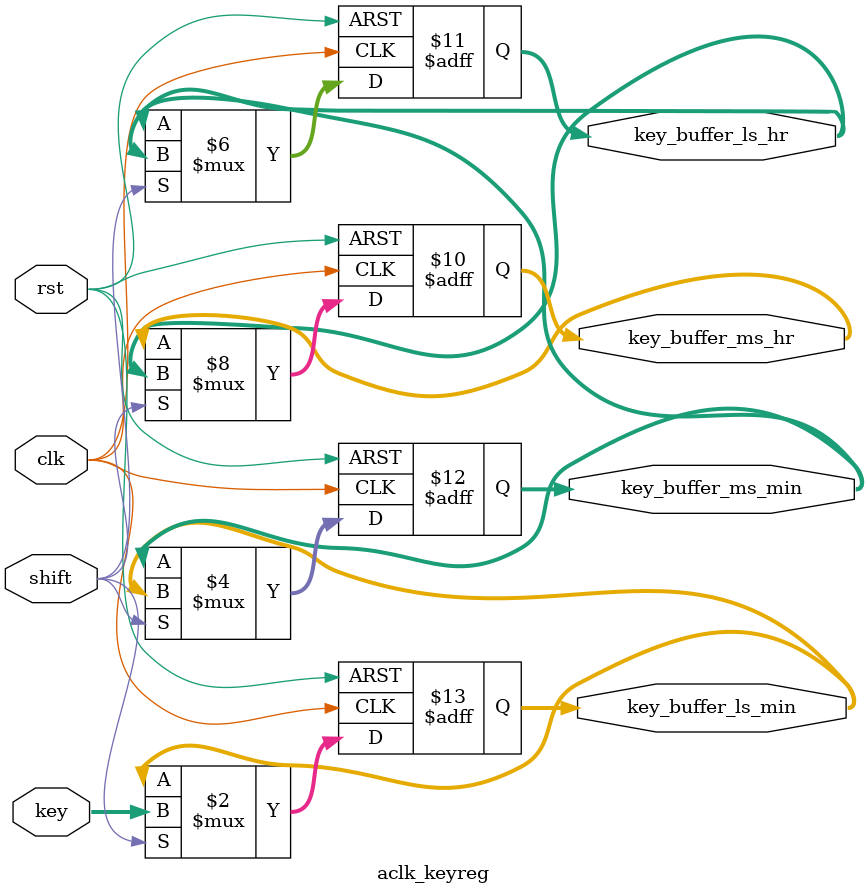
<source format=v>
module aclk_keyreg (
    input clk, rst, shift,
    input[3:0] key,
    output reg[3:0] key_buffer_ms_hr,
                key_buffer_ls_hr,
                key_buffer_ms_min,
                key_buffer_ls_min
);

    always @(posedge clk, posedge rst) begin
        if(rst) begin
            key_buffer_ls_min <= 4'b0;
            key_buffer_ms_min <= 4'b0;
            key_buffer_ls_hr <= 4'b0;
            key_buffer_ms_hr <= 4'b0;
        end

        else begin
            if(shift) begin
                key_buffer_ls_min <= key;
                key_buffer_ms_min <= key_buffer_ls_min;
                key_buffer_ls_hr <= key_buffer_ms_min;
                key_buffer_ms_hr <= key_buffer_ls_hr;
            end
        end
           
    end
    
endmodule
</source>
